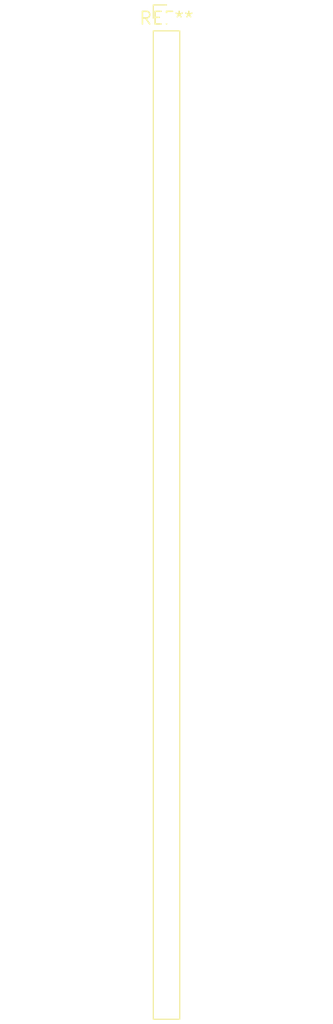
<source format=kicad_pcb>
(kicad_pcb (version 20240108) (generator pcbnew)
  (layers (0 "F.Cu" signal) (31 "B.Cu" signal) (34 "B.Paste" user) (35 "F.Paste" user) (36 "B.SilkS" user "B.Silkscreen") (37 "F.SilkS" user "F.Silkscreen") (38 "B.Mask" user) (39 "F.Mask" user) (44 "Edge.Cuts" user))
  (net 0 "")
  (footprint "PinHeader_1x40_P2.54mm_Vertical" (layer "F.Cu") (at 0 0)
    (property "Reference" "REF**")
    (property "Value" "PinHeader_1x40_P2.54mm_Vertical")
    (fp_line (start -1.33 -1.33) (end 0 -1.33) (layer "F.SilkS") (stroke (width 0.12)))
    (fp_line (start -1.33 0) (end -1.33 -1.33) (layer "F.SilkS") (stroke (width 0.12)))
    (fp_line (start -1.33 1.27) (end -1.33 100.39) (layer "F.SilkS") (stroke (width 0.12)))
    (fp_line (start -1.33 1.27) (end 1.33 1.27) (layer "F.SilkS") (stroke (width 0.12)))
    (fp_line (start -1.33 100.39) (end 1.33 100.39) (layer "F.SilkS") (stroke (width 0.12)))
    (fp_line (start 1.33 1.27) (end 1.33 100.39) (layer "F.SilkS") (stroke (width 0.12)))
    (pad "1" thru_hole rect (at 0 0) (size 1.7 1.7) (drill 1) (layers *.Cu *.Mask) (remove_unused_layers))
    (pad "2" thru_hole oval (at 0 2.54) (size 1.7 1.7) (drill 1) (layers *.Cu *.Mask) (remove_unused_layers))
    (pad "3" thru_hole oval (at 0 5.08) (size 1.7 1.7) (drill 1) (layers *.Cu *.Mask) (remove_unused_layers))
    (pad "4" thru_hole oval (at 0 7.62) (size 1.7 1.7) (drill 1) (layers *.Cu *.Mask) (remove_unused_layers))
    (pad "5" thru_hole oval (at 0 10.16) (size 1.7 1.7) (drill 1) (layers *.Cu *.Mask) (remove_unused_layers))
    (pad "6" thru_hole oval (at 0 12.7) (size 1.7 1.7) (drill 1) (layers *.Cu *.Mask) (remove_unused_layers))
    (pad "7" thru_hole oval (at 0 15.24) (size 1.7 1.7) (drill 1) (layers *.Cu *.Mask) (remove_unused_layers))
    (pad "8" thru_hole oval (at 0 17.78) (size 1.7 1.7) (drill 1) (layers *.Cu *.Mask) (remove_unused_layers))
    (pad "9" thru_hole oval (at 0 20.32) (size 1.7 1.7) (drill 1) (layers *.Cu *.Mask) (remove_unused_layers))
    (pad "10" thru_hole oval (at 0 22.86) (size 1.7 1.7) (drill 1) (layers *.Cu *.Mask) (remove_unused_layers))
    (pad "11" thru_hole oval (at 0 25.4) (size 1.7 1.7) (drill 1) (layers *.Cu *.Mask) (remove_unused_layers))
    (pad "12" thru_hole oval (at 0 27.94) (size 1.7 1.7) (drill 1) (layers *.Cu *.Mask) (remove_unused_layers))
    (pad "13" thru_hole oval (at 0 30.48) (size 1.7 1.7) (drill 1) (layers *.Cu *.Mask) (remove_unused_layers))
    (pad "14" thru_hole oval (at 0 33.02) (size 1.7 1.7) (drill 1) (layers *.Cu *.Mask) (remove_unused_layers))
    (pad "15" thru_hole oval (at 0 35.56) (size 1.7 1.7) (drill 1) (layers *.Cu *.Mask) (remove_unused_layers))
    (pad "16" thru_hole oval (at 0 38.1) (size 1.7 1.7) (drill 1) (layers *.Cu *.Mask) (remove_unused_layers))
    (pad "17" thru_hole oval (at 0 40.64) (size 1.7 1.7) (drill 1) (layers *.Cu *.Mask) (remove_unused_layers))
    (pad "18" thru_hole oval (at 0 43.18) (size 1.7 1.7) (drill 1) (layers *.Cu *.Mask) (remove_unused_layers))
    (pad "19" thru_hole oval (at 0 45.72) (size 1.7 1.7) (drill 1) (layers *.Cu *.Mask) (remove_unused_layers))
    (pad "20" thru_hole oval (at 0 48.26) (size 1.7 1.7) (drill 1) (layers *.Cu *.Mask) (remove_unused_layers))
    (pad "21" thru_hole oval (at 0 50.8) (size 1.7 1.7) (drill 1) (layers *.Cu *.Mask) (remove_unused_layers))
    (pad "22" thru_hole oval (at 0 53.34) (size 1.7 1.7) (drill 1) (layers *.Cu *.Mask) (remove_unused_layers))
    (pad "23" thru_hole oval (at 0 55.88) (size 1.7 1.7) (drill 1) (layers *.Cu *.Mask) (remove_unused_layers))
    (pad "24" thru_hole oval (at 0 58.42) (size 1.7 1.7) (drill 1) (layers *.Cu *.Mask) (remove_unused_layers))
    (pad "25" thru_hole oval (at 0 60.96) (size 1.7 1.7) (drill 1) (layers *.Cu *.Mask) (remove_unused_layers))
    (pad "26" thru_hole oval (at 0 63.5) (size 1.7 1.7) (drill 1) (layers *.Cu *.Mask) (remove_unused_layers))
    (pad "27" thru_hole oval (at 0 66.04) (size 1.7 1.7) (drill 1) (layers *.Cu *.Mask) (remove_unused_layers))
    (pad "28" thru_hole oval (at 0 68.58) (size 1.7 1.7) (drill 1) (layers *.Cu *.Mask) (remove_unused_layers))
    (pad "29" thru_hole oval (at 0 71.12) (size 1.7 1.7) (drill 1) (layers *.Cu *.Mask) (remove_unused_layers))
    (pad "30" thru_hole oval (at 0 73.66) (size 1.7 1.7) (drill 1) (layers *.Cu *.Mask) (remove_unused_layers))
    (pad "31" thru_hole oval (at 0 76.2) (size 1.7 1.7) (drill 1) (layers *.Cu *.Mask) (remove_unused_layers))
    (pad "32" thru_hole oval (at 0 78.74) (size 1.7 1.7) (drill 1) (layers *.Cu *.Mask) (remove_unused_layers))
    (pad "33" thru_hole oval (at 0 81.28) (size 1.7 1.7) (drill 1) (layers *.Cu *.Mask) (remove_unused_layers))
    (pad "34" thru_hole oval (at 0 83.82) (size 1.7 1.7) (drill 1) (layers *.Cu *.Mask) (remove_unused_layers))
    (pad "35" thru_hole oval (at 0 86.36) (size 1.7 1.7) (drill 1) (layers *.Cu *.Mask) (remove_unused_layers))
    (pad "36" thru_hole oval (at 0 88.9) (size 1.7 1.7) (drill 1) (layers *.Cu *.Mask) (remove_unused_layers))
    (pad "37" thru_hole oval (at 0 91.44) (size 1.7 1.7) (drill 1) (layers *.Cu *.Mask) (remove_unused_layers))
    (pad "38" thru_hole oval (at 0 93.98) (size 1.7 1.7) (drill 1) (layers *.Cu *.Mask) (remove_unused_layers))
    (pad "39" thru_hole oval (at 0 96.52) (size 1.7 1.7) (drill 1) (layers *.Cu *.Mask) (remove_unused_layers))
    (pad "40" thru_hole oval (at 0 99.06) (size 1.7 1.7) (drill 1) (layers *.Cu *.Mask) (remove_unused_layers))
  )
)
</source>
